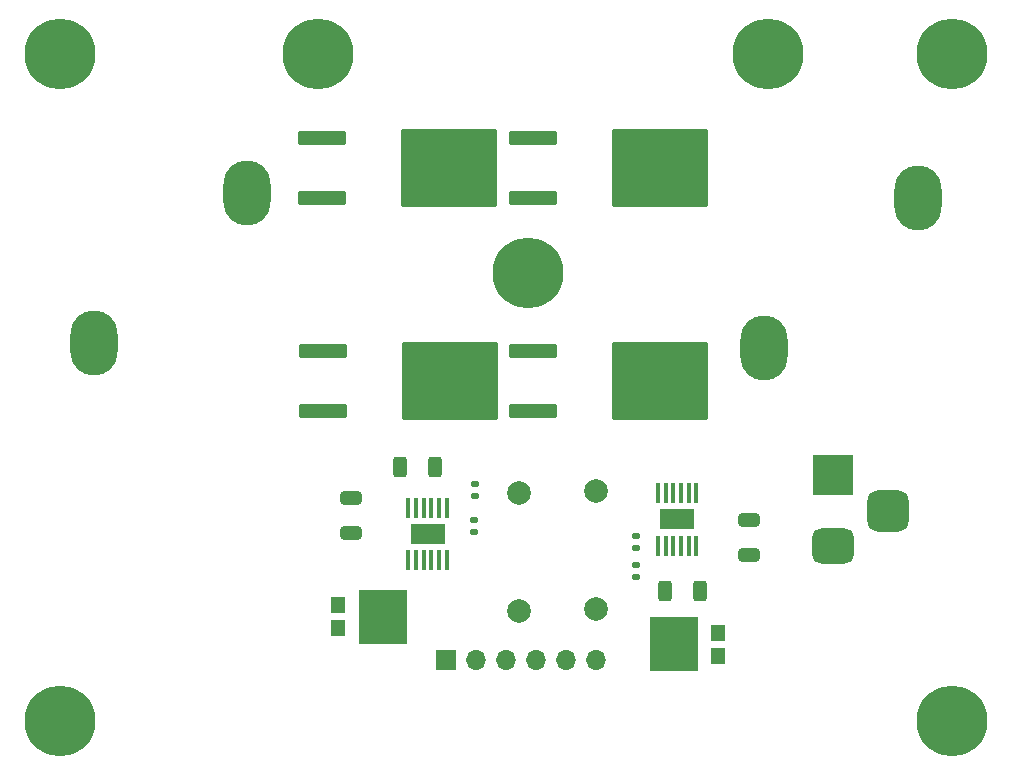
<source format=gts>
G04 #@! TF.GenerationSoftware,KiCad,Pcbnew,8.0.4*
G04 #@! TF.CreationDate,2024-11-20T17:04:54-05:00*
G04 #@! TF.ProjectId,big_hbridge,6269675f-6862-4726-9964-67652e6b6963,rev?*
G04 #@! TF.SameCoordinates,Original*
G04 #@! TF.FileFunction,Soldermask,Top*
G04 #@! TF.FilePolarity,Negative*
%FSLAX46Y46*%
G04 Gerber Fmt 4.6, Leading zero omitted, Abs format (unit mm)*
G04 Created by KiCad (PCBNEW 8.0.4) date 2024-11-20 17:04:54*
%MOMM*%
%LPD*%
G01*
G04 APERTURE LIST*
G04 Aperture macros list*
%AMRoundRect*
0 Rectangle with rounded corners*
0 $1 Rounding radius*
0 $2 $3 $4 $5 $6 $7 $8 $9 X,Y pos of 4 corners*
0 Add a 4 corners polygon primitive as box body*
4,1,4,$2,$3,$4,$5,$6,$7,$8,$9,$2,$3,0*
0 Add four circle primitives for the rounded corners*
1,1,$1+$1,$2,$3*
1,1,$1+$1,$4,$5*
1,1,$1+$1,$6,$7*
1,1,$1+$1,$8,$9*
0 Add four rect primitives between the rounded corners*
20,1,$1+$1,$2,$3,$4,$5,0*
20,1,$1+$1,$4,$5,$6,$7,0*
20,1,$1+$1,$6,$7,$8,$9,0*
20,1,$1+$1,$8,$9,$2,$3,0*%
G04 Aperture macros list end*
%ADD10O,4.000000X5.500000*%
%ADD11RoundRect,0.250000X-0.312500X-0.625000X0.312500X-0.625000X0.312500X0.625000X-0.312500X0.625000X0*%
%ADD12R,3.500000X3.500000*%
%ADD13RoundRect,0.750000X1.000000X-0.750000X1.000000X0.750000X-1.000000X0.750000X-1.000000X-0.750000X0*%
%ADD14RoundRect,0.875000X0.875000X-0.875000X0.875000X0.875000X-0.875000X0.875000X-0.875000X-0.875000X0*%
%ADD15C,2.000000*%
%ADD16RoundRect,0.135000X0.185000X-0.135000X0.185000X0.135000X-0.185000X0.135000X-0.185000X-0.135000X0*%
%ADD17R,1.700000X1.700000*%
%ADD18O,1.700000X1.700000*%
%ADD19R,1.150000X1.450000*%
%ADD20R,4.150000X4.650000*%
%ADD21R,0.431800X1.701800*%
%ADD22R,2.946400X1.752600*%
%ADD23RoundRect,0.250000X0.650000X-0.325000X0.650000X0.325000X-0.650000X0.325000X-0.650000X-0.325000X0*%
%ADD24C,6.000000*%
%ADD25RoundRect,0.102000X-3.940000X-3.195000X3.940000X-3.195000X3.940000X3.195000X-3.940000X3.195000X0*%
%ADD26RoundRect,0.158000X-1.834000X-0.474000X1.834000X-0.474000X1.834000X0.474000X-1.834000X0.474000X0*%
%ADD27RoundRect,0.250000X0.312500X0.625000X-0.312500X0.625000X-0.312500X-0.625000X0.312500X-0.625000X0*%
%ADD28RoundRect,0.147500X0.172500X-0.147500X0.172500X0.147500X-0.172500X0.147500X-0.172500X-0.147500X0*%
%ADD29RoundRect,0.250000X-0.650000X0.325000X-0.650000X-0.325000X0.650000X-0.325000X0.650000X0.325000X0*%
G04 APERTURE END LIST*
D10*
X63157671Y-28402415D03*
X76157671Y-15722415D03*
D11*
X32337499Y-38462499D03*
X35262499Y-38462499D03*
D12*
X68950000Y-39200000D03*
D13*
X68950000Y-45200000D03*
D14*
X73650000Y-42200000D03*
D15*
X48937501Y-50537501D03*
X48937501Y-40537501D03*
D16*
X38700000Y-40955000D03*
X38700000Y-39935000D03*
D17*
X36220000Y-54800000D03*
D18*
X38760000Y-54800000D03*
X41300000Y-54800000D03*
X43840000Y-54800000D03*
X46380000Y-54800000D03*
X48920000Y-54800000D03*
D19*
X59250000Y-52515000D03*
X59250000Y-54485000D03*
D20*
X55500000Y-53500000D03*
D21*
X36287500Y-41927299D03*
X35637498Y-41927299D03*
X34987500Y-41927299D03*
X34337501Y-41927299D03*
X33687500Y-41927299D03*
X33037501Y-41927299D03*
X33037498Y-46397699D03*
X33687500Y-46397699D03*
X34337498Y-46397699D03*
X34987497Y-46397699D03*
X35637498Y-46397699D03*
X36287497Y-46397699D03*
D22*
X34662499Y-44162499D03*
D23*
X28150000Y-44050000D03*
X28150000Y-41100000D03*
D24*
X3500000Y-60000000D03*
D25*
X36500000Y-13200000D03*
D26*
X25750000Y-10660000D03*
X25750000Y-15740000D03*
D19*
X27100000Y-52135000D03*
X27100000Y-50165000D03*
D20*
X30850000Y-51150000D03*
D15*
X42400000Y-50700000D03*
X42400000Y-40700000D03*
D25*
X54350000Y-31200000D03*
D26*
X43600000Y-28660000D03*
X43600000Y-33740000D03*
D24*
X79050000Y-3500000D03*
D27*
X57725000Y-49000000D03*
X54800000Y-49000000D03*
D28*
X52300000Y-47785000D03*
X52300000Y-46815000D03*
D29*
X61900000Y-42975000D03*
X61900000Y-45925000D03*
D24*
X3500000Y-3500000D03*
D21*
X54174999Y-45135200D03*
X54825001Y-45135200D03*
X55474999Y-45135200D03*
X56124998Y-45135200D03*
X56774999Y-45135200D03*
X57424998Y-45135200D03*
X57425001Y-40664800D03*
X56774999Y-40664800D03*
X56125001Y-40664800D03*
X55475002Y-40664800D03*
X54825001Y-40664800D03*
X54175002Y-40664800D03*
D22*
X55800000Y-42900000D03*
D25*
X36550000Y-31200000D03*
D26*
X25800000Y-28660000D03*
X25800000Y-33740000D03*
D10*
X6400000Y-28000000D03*
X19400000Y-15320000D03*
D24*
X79050000Y-60000000D03*
D25*
X54350000Y-13200000D03*
D26*
X43600000Y-10660000D03*
X43600000Y-15740000D03*
D24*
X63500000Y-3500000D03*
X43180000Y-22100000D03*
D16*
X38600000Y-44010000D03*
X38600000Y-42990000D03*
X52350000Y-45310000D03*
X52350000Y-44290000D03*
D24*
X25400000Y-3500000D03*
M02*

</source>
